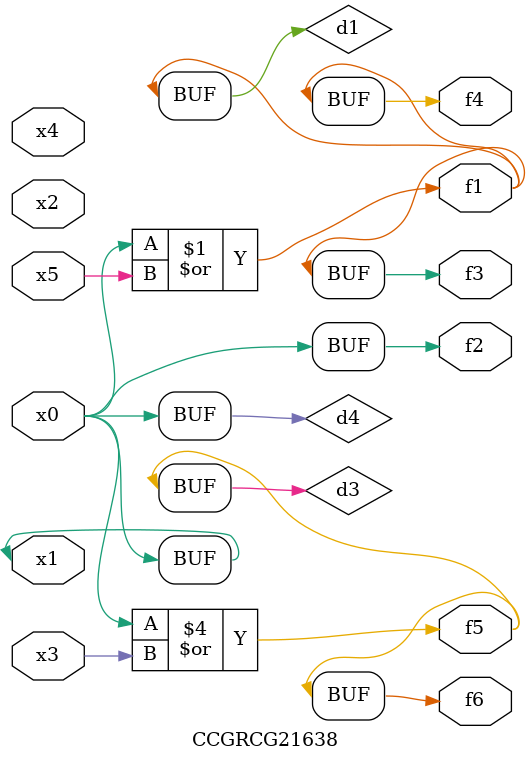
<source format=v>
module CCGRCG21638(
	input x0, x1, x2, x3, x4, x5,
	output f1, f2, f3, f4, f5, f6
);

	wire d1, d2, d3, d4;

	or (d1, x0, x5);
	xnor (d2, x1, x4);
	or (d3, x0, x3);
	buf (d4, x0, x1);
	assign f1 = d1;
	assign f2 = d4;
	assign f3 = d1;
	assign f4 = d1;
	assign f5 = d3;
	assign f6 = d3;
endmodule

</source>
